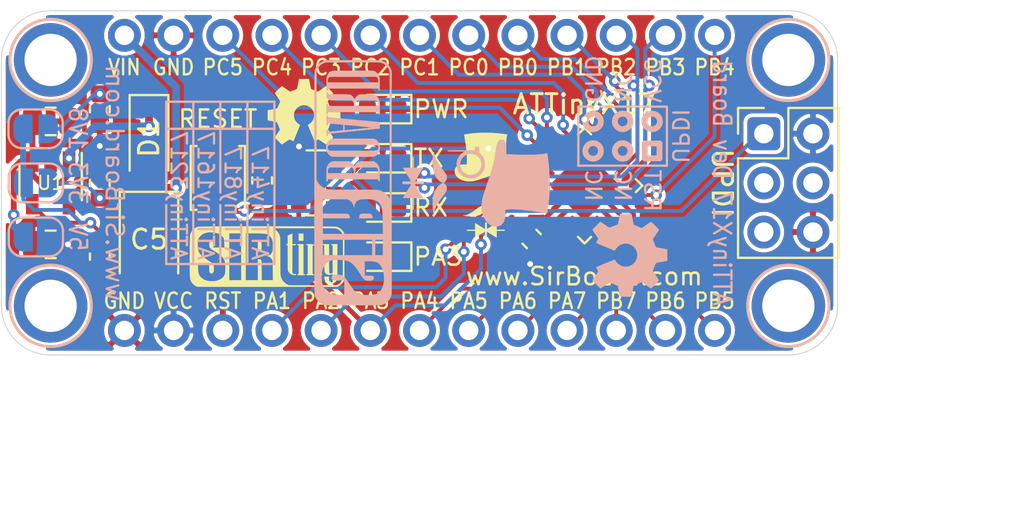
<source format=kicad_pcb>
(kicad_pcb (version 20171130) (host pcbnew "(5.1.2)-2")
  (title_block (title "ATTiny X17 Development Board ") (date 2020-04-25) (rev 2) (company SirBoard) (comment 1 www.SirBoard.com) (comment 2 "ATTiny 417, 817, 1617 and 3217"))
  (layers (0 F.Cu signal) (31 B.Cu signal) (34 B.Paste user hide) (35 F.Paste user hide) (36 B.SilkS user) (37 F.SilkS user) (38 B.Mask user hide) (39 F.Mask user hide) (44 Edge.Cuts user))
  (net 0 "")
  (net 1 VCC)
  (net 2 VIN)
  (net 3 GND)
  (net 4 RST)
  (net 5 PA1)
  (net 6 PA7)
  (net 7 PA6)
  (net 8 PA2)
  (net 9 PA3)
  (net 10 "Net-(J4-Pad5)")
  (net 11 "Net-(J4-Pad4)")
  (net 12 "Net-(J4-Pad3)")
  (net 13 /1V8)
  (net 14 /ADJ)
  (net 15 /3V3)
  (net 16 "Net-(5V1-Pad2)")
  (net 17 PA5)
  (net 18 PA4)
  (net 19 PB1)
  (net 20 PB0)
  (net 21 RXD)
  (net 22 TXD)
  (net 23 "Net-(PA3-Pad2)")
  (net 24 "Net-(PWR1-Pad2)")
  (net 25 "Net-(RN1-Pad2)")
  (net 26 "Net-(RN1-Pad3)")
  (net 27 PB5)
  (net 28 PB4)
  (net 29 PC0)
  (net 30 PC1)
  (net 31 PC2)
  (net 32 PC3)
  (net 33 PB6)
  (net 34 PB7)
  (net 35 PC4)
  (net 36 PC5)
  (module logo:logo54x76 (layer F.Cu) (at 70.993 34.036)
    (fp_text reference G*** hide)
    (fp_text value LOGO hide)
  )
  (module logo:SirBoard127x40 (layer B.Cu) (at 64.135 33.909 90)
    (fp_text reference G*** hide)
    (fp_text value LOGO hide)
  )
  (module Capacitor_SMD:C_0603_1608Metric (layer F.Cu) (at 73.3552 36.8046 135)
    (fp_text reference C3 hide)
    (fp_text value 100nF)
    (pad 1 smd roundrect (at -0.7875 0 135) (size 0.875 0.95) (layers F.Cu F.Paste F.Mask) (net 1 VCC))
    (pad 2 smd roundrect (at 0.7875 0 135) (size 0.875 0.95) (layers F.Cu F.Paste F.Mask) (net 3 GND))
  )
  (module Connector_PinHeader_2.54mm:PinHeader_1x13_P2.54mm_Vertical (layer B.Cu) (at 52.324 26.289 270)
    (fp_text reference J2 hide)
    (fp_text value Conn_01x13)
    (pad 1 thru_hole circle (at 0 0 270) (size 1.7 1.7) (drill 1) (layers *.Cu *.Mask) (net 2 VIN))
    (pad 2 thru_hole oval (at 0 -2.54 270) (size 1.7 1.7) (drill 1) (layers *.Cu *.Mask) (net 3 GND))
    (pad 3 thru_hole oval (at 0 -5.08 270) (size 1.7 1.7) (drill 1) (layers *.Cu *.Mask) (net 36 PC5))
    (pad 4 thru_hole oval (at 0 -7.62 270) (size 1.7 1.7) (drill 1) (layers *.Cu *.Mask) (net 35 PC4))
    (pad 5 thru_hole oval (at 0 -10.16 270) (size 1.7 1.7) (drill 1) (layers *.Cu *.Mask) (net 32 PC3))
    (pad 6 thru_hole oval (at 0 -12.7 270) (size 1.7 1.7) (drill 1) (layers *.Cu *.Mask) (net 31 PC2))
    (pad 7 thru_hole oval (at 0 -15.24 270) (size 1.7 1.7) (drill 1) (layers *.Cu *.Mask) (net 30 PC1))
    (pad 8 thru_hole oval (at 0 -17.78 270) (size 1.7 1.7) (drill 1) (layers *.Cu *.Mask) (net 29 PC0))
    (pad 9 thru_hole oval (at 0 -20.32 270) (size 1.7 1.7) (drill 1) (layers *.Cu *.Mask) (net 20 PB0))
    (pad 10 thru_hole oval (at 0 -22.86 270) (size 1.7 1.7) (drill 1) (layers *.Cu *.Mask) (net 19 PB1))
    (pad 11 thru_hole oval (at 0 -25.4 270) (size 1.7 1.7) (drill 1) (layers *.Cu *.Mask) (net 22 TXD))
    (pad 12 thru_hole oval (at 0 -27.94 270) (size 1.7 1.7) (drill 1) (layers *.Cu *.Mask) (net 21 RXD))
    (pad 13 thru_hole oval (at 0 -30.48 270) (size 1.7 1.7) (drill 1) (layers *.Cu *.Mask) (net 28 PB4))
  )
  (module Connector_PinHeader_2.54mm:PinHeader_1x13_P2.54mm_Vertical (layer B.Cu) (at 52.324 41.529 270)
    (fp_text reference J1 hide)
    (fp_text value Conn_01x13)
    (pad 1 thru_hole circle (at 0 0 270) (size 1.7 1.7) (drill 1) (layers *.Cu *.Mask) (net 3 GND))
    (pad 2 thru_hole oval (at 0 -2.54 270) (size 1.7 1.7) (drill 1) (layers *.Cu *.Mask) (net 1 VCC))
    (pad 3 thru_hole oval (at 0 -5.08 270) (size 1.7 1.7) (drill 1) (layers *.Cu *.Mask) (net 4 RST))
    (pad 4 thru_hole oval (at 0 -7.62 270) (size 1.7 1.7) (drill 1) (layers *.Cu *.Mask) (net 5 PA1))
    (pad 5 thru_hole oval (at 0 -10.16 270) (size 1.7 1.7) (drill 1) (layers *.Cu *.Mask) (net 8 PA2))
    (pad 6 thru_hole oval (at 0 -12.7 270) (size 1.7 1.7) (drill 1) (layers *.Cu *.Mask) (net 9 PA3))
    (pad 7 thru_hole oval (at 0 -15.24 270) (size 1.7 1.7) (drill 1) (layers *.Cu *.Mask) (net 18 PA4))
    (pad 8 thru_hole oval (at 0 -17.78 270) (size 1.7 1.7) (drill 1) (layers *.Cu *.Mask) (net 17 PA5))
    (pad 9 thru_hole oval (at 0 -20.32 270) (size 1.7 1.7) (drill 1) (layers *.Cu *.Mask) (net 7 PA6))
    (pad 10 thru_hole oval (at 0 -22.86 270) (size 1.7 1.7) (drill 1) (layers *.Cu *.Mask) (net 6 PA7))
    (pad 11 thru_hole oval (at 0 -25.4 270) (size 1.7 1.7) (drill 1) (layers *.Cu *.Mask) (net 34 PB7))
    (pad 12 thru_hole oval (at 0 -27.94 270) (size 1.7 1.7) (drill 1) (layers *.Cu *.Mask) (net 33 PB6))
    (pad 13 thru_hole oval (at 0 -30.48 270) (size 1.7 1.7) (drill 1) (layers *.Cu *.Mask) (net 27 PB5))
  )
  (module Package_DFN_QFN:QFN-24-1EP_4x4mm_P0.5mm_EP2.6x2.6mm (layer F.Cu) (at 76.088 34.051 45)
    (fp_text reference U2 hide)
    (fp_text value ATtiny3217-M)
    (pad 25 smd roundrect (at 0 0 45) (size 2.6 2.6) (layers F.Cu F.Mask) (roundrect_rratio 0.096154) (net 3 GND))
    (pad 1 smd roundrect (at -1.9375 -1.25 45) (size 0.825 0.25) (layers F.Cu F.Paste F.Mask) (net 8 PA2))
    (pad 2 smd roundrect (at -1.9375 -0.75 45) (size 0.825 0.25) (layers F.Cu F.Paste F.Mask) (net 9 PA3))
    (pad 3 smd roundrect (at -1.9375 -0.25 45) (size 0.825 0.25) (layers F.Cu F.Paste F.Mask) (net 3 GND))
    (pad 4 smd roundrect (at -1.9375 0.25 45) (size 0.825 0.25) (layers F.Cu F.Paste F.Mask) (net 1 VCC))
    (pad 5 smd roundrect (at -1.9375 0.75 45) (size 0.825 0.25) (layers F.Cu F.Paste F.Mask) (net 18 PA4))
    (pad 6 smd roundrect (at -1.9375 1.25 45) (size 0.825 0.25) (layers F.Cu F.Paste F.Mask) (net 17 PA5))
    (pad 7 smd roundrect (at -1.25 1.9375 45) (size 0.25 0.825) (layers F.Cu F.Paste F.Mask) (net 7 PA6))
    (pad 8 smd roundrect (at -0.75 1.9375 45) (size 0.25 0.825) (layers F.Cu F.Paste F.Mask) (net 6 PA7))
    (pad 9 smd roundrect (at -0.25 1.9375 45) (size 0.25 0.825) (layers F.Cu F.Paste F.Mask) (net 34 PB7))
    (pad 10 smd roundrect (at 0.25 1.9375 45) (size 0.25 0.825) (layers F.Cu F.Paste F.Mask) (net 33 PB6))
    (pad 11 smd roundrect (at 0.75 1.9375 45) (size 0.25 0.825) (layers F.Cu F.Paste F.Mask) (net 27 PB5))
    (pad 12 smd roundrect (at 1.25 1.9375 45) (size 0.25 0.825) (layers F.Cu F.Paste F.Mask) (net 28 PB4))
    (pad 13 smd roundrect (at 1.9375 1.25 45) (size 0.825 0.25) (layers F.Cu F.Paste F.Mask) (net 21 RXD))
    (pad 14 smd roundrect (at 1.9375 0.75 45) (size 0.825 0.25) (layers F.Cu F.Paste F.Mask) (net 22 TXD))
    (pad 15 smd roundrect (at 1.9375 0.25 45) (size 0.825 0.25) (layers F.Cu F.Paste F.Mask) (net 19 PB1))
    (pad 16 smd roundrect (at 1.9375 -0.25 45) (size 0.825 0.25) (layers F.Cu F.Paste F.Mask) (net 20 PB0))
    (pad 17 smd roundrect (at 1.9375 -0.75 45) (size 0.825 0.25) (layers F.Cu F.Paste F.Mask) (net 29 PC0))
    (pad 18 smd roundrect (at 1.9375 -1.25 45) (size 0.825 0.25) (layers F.Cu F.Paste F.Mask) (net 30 PC1))
    (pad 19 smd roundrect (at 1.25 -1.9375 45) (size 0.25 0.825) (layers F.Cu F.Paste F.Mask) (net 31 PC2))
    (pad 20 smd roundrect (at 0.75 -1.9375 45) (size 0.25 0.825) (layers F.Cu F.Paste F.Mask) (net 32 PC3))
    (pad 21 smd roundrect (at 0.25 -1.9375 45) (size 0.25 0.825) (layers F.Cu F.Paste F.Mask) (net 35 PC4))
    (pad 22 smd roundrect (at -0.25 -1.9375 45) (size 0.25 0.825) (layers F.Cu F.Paste F.Mask) (net 36 PC5))
    (pad 23 smd roundrect (at -0.75 -1.9375 45) (size 0.25 0.825) (layers F.Cu F.Paste F.Mask) (net 4 RST))
    (pad 24 smd roundrect (at -1.25 -1.9375 45) (size 0.25 0.825) (layers F.Cu F.Paste F.Mask) (net 5 PA1))
  )
  (module logo:SirTiny80X31 (layer F.Cu) (at 59.69 37.719)
    (fp_text reference G*** hide)
    (fp_text value LOGO hide)
  )
  (module Capacitor_Tantalum_SMD:CP_EIA-3528-15_AVX-H (layer F.Cu) (at 53.594 36.83 270)
    (fp_text reference C5 (at 0 0 180) (layer F.SilkS))
    (fp_text value 22uF)
    (pad 1 smd roundrect (at -1.5375 0 270) (size 1.325 2.35) (layers F.Cu F.Paste F.Mask) (roundrect_rratio 0.188679) (net 2 VIN))
    (pad 2 smd roundrect (at 1.5375 0 270) (size 1.325 2.35) (layers F.Cu F.Paste F.Mask) (roundrect_rratio 0.188679) (net 3 GND))
  )
  (module logo:OSHW62x45 (layer B.Cu) (at 78.4352 37.6428 90)
    (fp_text reference G*** hide)
    (fp_text value LOGO hide)
  )
  (module logo:logo76x107 (layer B.Cu) (at 70.485 33.909 90)
    (fp_text reference G*** hide)
    (fp_text value LOGO hide)
  )
  (module logo:OSHW55x39 (layer F.Cu) (at 61.595 30.226)
    (fp_text reference G*** hide)
    (fp_text value LOGO hide)
  )
  (module Resistor_SMD:R_Array_Convex_4x0603 (layer F.Cu) (at 62.23 33.909 180)
    (fp_text reference RN1 hide)
    (fp_text value 330E)
    (pad 1 smd rect (at -0.9 -1.2 180) (size 0.8 0.5) (layers F.Cu F.Paste F.Mask) (net 23 "Net-(PA3-Pad2)"))
    (pad 3 smd rect (at -0.9 0.4 180) (size 0.8 0.4) (layers F.Cu F.Paste F.Mask) (net 26 "Net-(RN1-Pad3)"))
    (pad 2 smd rect (at -0.9 -0.4 180) (size 0.8 0.4) (layers F.Cu F.Paste F.Mask) (net 25 "Net-(RN1-Pad2)"))
    (pad 4 smd rect (at -0.9 1.2 180) (size 0.8 0.5) (layers F.Cu F.Paste F.Mask) (net 24 "Net-(PWR1-Pad2)"))
    (pad 7 smd rect (at 0.9 -0.4 180) (size 0.8 0.4) (layers F.Cu F.Paste F.Mask) (net 1 VCC))
    (pad 8 smd rect (at 0.9 -1.2 180) (size 0.8 0.5) (layers F.Cu F.Paste F.Mask) (net 9 PA3))
    (pad 6 smd rect (at 0.9 0.4 180) (size 0.8 0.4) (layers F.Cu F.Paste F.Mask) (net 1 VCC))
    (pad 5 smd rect (at 0.9 1.2 180) (size 0.8 0.5) (layers F.Cu F.Paste F.Mask) (net 1 VCC))
  )
  (module LED_SMD:LED_0603_1608Metric (layer F.Cu) (at 65.659 32.639 180)
    (fp_text reference TX (at -1.524 0) (layer F.SilkS) (effects (font (size 0.9 0.9) (thickness 0.13)) (justify left)))
    (fp_text value YEL)
    (pad 1 smd roundrect (at -0.7875 0 180) (size 0.875 0.95) (layers F.Cu F.Paste F.Mask) (net 22 TXD))
    (pad 2 smd roundrect (at 0.7875 0 180) (size 0.875 0.95) (layers F.Cu F.Paste F.Mask) (net 26 "Net-(RN1-Pad3)"))
  )
  (module LED_SMD:LED_0603_1608Metric (layer F.Cu) (at 65.659 35.179 180)
    (fp_text reference RX (at -1.524 0) (layer F.SilkS) (effects (font (size 0.9 0.9) (thickness 0.13)) (justify left)))
    (fp_text value YEL)
    (pad 1 smd roundrect (at -0.7875 0 180) (size 0.875 0.95) (layers F.Cu F.Paste F.Mask) (net 21 RXD))
    (pad 2 smd roundrect (at 0.7875 0 180) (size 0.875 0.95) (layers F.Cu F.Paste F.Mask) (net 25 "Net-(RN1-Pad2)"))
  )
  (module Jumper:SolderJumper-2_P1.3mm_Open_RoundedPad1.0x1.5mm (layer B.Cu) (at 47.752 36.703 180)
    (fp_text reference 5V (at -2.159 0 270 unlocked) (layer B.SilkS) (effects (font (size 0.9 0.8) (thickness 0.12)) (justify mirror)))
    (fp_text value SolderJumper_2_Open)
    (pad 1 smd custom (at -0.65 0 180) (size 1 0.5) (layers B.Cu B.Mask) (net 1 VCC) (options (clearance outline) (anchor rect)) (primitives (gr_circle (center 0 -0.25) (end 0.5 -0.25) (width 0)) (gr_circle (center 0 0.25) (end 0.5 0.25) (width 0)) (gr_poly (pts (xy 0 0.75) (xy 0.5 0.75) (xy 0.5 -0.75) (xy 0 -0.75)) (width 0))))
    (pad 2 smd custom (at 0.65 0 180) (size 1 0.5) (layers B.Cu B.Mask) (net 16 "Net-(5V1-Pad2)") (options (clearance outline) (anchor rect)) (primitives (gr_circle (center 0 -0.25) (end 0.5 -0.25) (width 0)) (gr_circle (center 0 0.25) (end 0.5 0.25) (width 0)) (gr_poly (pts (xy 0 0.75) (xy -0.5 0.75) (xy -0.5 -0.75) (xy 0 -0.75)) (width 0))))
  )
  (module Diode_SMD:D_SOD-123 (layer F.Cu) (at 53.594 31.623 270)
    (fp_text reference D1 (at -0.001 0 90) (layer F.SilkS))
    (fp_text value MBR120)
    (pad 1 smd rect (at -1.65 0 270) (size 0.9 1.2) (layers F.Cu F.Paste F.Mask) (net 16 "Net-(5V1-Pad2)"))
    (pad 2 smd rect (at 1.65 0 270) (size 0.9 1.2) (layers F.Cu F.Paste F.Mask) (net 2 VIN))
  )
  (module Capacitor_SMD:C_0805_2012Metric (layer F.Cu) (at 48.514 30.734)
    (fp_text reference C1 hide)
    (fp_text value 10uF)
    (pad 1 smd roundrect (at -0.9375 0) (size 0.975 1.4) (layers F.Cu F.Paste F.Mask) (net 16 "Net-(5V1-Pad2)"))
    (pad 2 smd roundrect (at 0.9375 0) (size 0.975 1.4) (layers F.Cu F.Paste F.Mask) (net 3 GND))
  )
  (module Capacitor_SMD:C_0805_2012Metric (layer F.Cu) (at 48.514 37.084 180)
    (fp_text reference C2 hide)
    (fp_text value 2u2)
    (pad 1 smd roundrect (at -0.9375 0 180) (size 0.975 1.4) (layers F.Cu F.Paste F.Mask) (net 1 VCC))
    (pad 2 smd roundrect (at 0.9375 0 180) (size 0.975 1.4) (layers F.Cu F.Paste F.Mask) (net 3 GND))
  )
  (module Package_TO_SOT_SMD:SOT-23-5 (layer F.Cu) (at 48.514 33.909 270)
    (fp_text reference U1 (at 0 0) (layer F.SilkS) (effects (font (size 0.7 0.7) (thickness 0.1))))
    (fp_text value AP7365)
    (pad 1 smd rect (at -1.1 -0.95 270) (size 1.06 0.65) (layers F.Cu F.Paste F.Mask) (net 16 "Net-(5V1-Pad2)"))
    (pad 2 smd rect (at -1.1 0 270) (size 1.06 0.65) (layers F.Cu F.Paste F.Mask) (net 3 GND))
    (pad 3 smd rect (at -1.1 0.95 270) (size 1.06 0.65) (layers F.Cu F.Paste F.Mask) (net 16 "Net-(5V1-Pad2)"))
    (pad 4 smd rect (at 1.1 0.95 270) (size 1.06 0.65) (layers F.Cu F.Paste F.Mask) (net 14 /ADJ))
    (pad 5 smd rect (at 1.1 -0.95 270) (size 1.06 0.65) (layers F.Cu F.Paste F.Mask) (net 1 VCC))
  )
  (module Button_Switch_SMD:SW_SPST_B3U-1000P (layer F.Cu) (at 57.15 33.655 90)
    (fp_text reference RESET (at 3.048 0) (layer F.SilkS) (effects (font (size 0.9 0.9) (thickness 0.13))))
    (fp_text value RST)
    (pad 1 smd rect (at -1.7 0 90) (size 0.9 1.7) (layers F.Cu F.Paste F.Mask) (net 4 RST))
    (pad 2 smd rect (at 1.7 0 90) (size 0.9 1.7) (layers F.Cu F.Paste F.Mask) (net 3 GND))
  )
  (module Resistor_SMD:R_0603_1608Metric (layer F.Cu) (at 59.436 33.782 270)
    (fp_text reference R6 hide)
    (fp_text value 10k)
    (pad 2 smd roundrect (at 0.7875 0 270) (size 0.875 0.95) (layers F.Cu F.Paste F.Mask) (net 4 RST))
    (pad 1 smd roundrect (at -0.7875 0 270) (size 0.875 0.95) (layers F.Cu F.Paste F.Mask) (net 1 VCC))
  )
  (module Resistor_SMD:R_0603_1608Metric (layer F.Cu) (at 51.054 30.099 90)
    (fp_text reference R5 hide)
    (fp_text value 18k)
    (pad 1 smd roundrect (at -0.7875 0 90) (size 0.875 0.95) (layers F.Cu F.Paste F.Mask) (net 1 VCC))
    (pad 2 smd roundrect (at 0.7875 0 90) (size 0.875 0.95) (layers F.Cu F.Paste F.Mask) (net 13 /1V8))
  )
  (module Resistor_SMD:R_0603_1608Metric (layer F.Cu) (at 51.054 37.719 270)
    (fp_text reference R4 hide)
    (fp_text value 12.4k)
    (pad 1 smd roundrect (at -0.7875 0 270) (size 0.875 0.95) (layers F.Cu F.Paste F.Mask) (net 14 /ADJ))
    (pad 2 smd roundrect (at 0.7875 0 270) (size 0.875 0.95) (layers F.Cu F.Paste F.Mask) (net 3 GND))
  )
  (module Resistor_SMD:R_0603_1608Metric (layer F.Cu) (at 51.054 33.909 270)
    (fp_text reference R3 hide)
    (fp_text value 39k)
    (pad 1 smd roundrect (at -0.7875 0 270) (size 0.875 0.95) (layers F.Cu F.Paste F.Mask) (net 1 VCC))
    (pad 2 smd roundrect (at 0.7875 0 270) (size 0.875 0.95) (layers F.Cu F.Paste F.Mask) (net 15 /3V3))
  )
  (module Connector_PinHeader_2.54mm:PinHeader_2x03_P2.54mm_Vertical (layer F.Cu) (at 85.344 31.369)
    (fp_text reference UPDI (at -2.159 2.54 270 unlocked) (layer F.SilkS))
    (fp_text value UPDI)
    (pad 1 thru_hole roundrect (at 0 0) (size 1.7 1.7) (drill 1) (layers *.Cu *.Mask) (roundrect_rratio 0.15) (net 4 RST))
    (pad 2 thru_hole oval (at 2.54 0) (size 1.7 1.7) (drill 1) (layers *.Cu *.Mask) (net 1 VCC))
    (pad 3 thru_hole oval (at 0 2.54) (size 1.7 1.7) (drill 1) (layers *.Cu *.Mask) (net 12 "Net-(J4-Pad3)"))
    (pad 4 thru_hole oval (at 2.54 2.54) (size 1.7 1.7) (drill 1) (layers *.Cu *.Mask) (net 11 "Net-(J4-Pad4)"))
    (pad 5 thru_hole oval (at 0 5.08) (size 1.7 1.7) (drill 1) (layers *.Cu *.Mask) (net 10 "Net-(J4-Pad5)"))
    (pad 6 thru_hole oval (at 2.54 5.08) (size 1.7 1.7) (drill 1) (layers *.Cu *.Mask) (net 3 GND))
  )
  (module SirBoardLibrary:MountingHole_M2.5_SirBoard (layer F.Cu) (at 48.514 40.259 270)
    (fp_text reference H4 hide)
    (fp_text value MountingHole)
    (pad 1 thru_hole circle (at 0 0 270) (size 3.8 3.8) (drill 2.7) (layers *.Cu *.Mask))
  )
  (module SirBoardLibrary:MountingHole_M2.5_SirBoard (layer F.Cu) (at 48.514 27.559 270)
    (fp_text reference H3 hide)
    (fp_text value MountingHole)
    (pad 1 thru_hole circle (at 0 0 270) (size 3.8 3.8) (drill 2.7) (layers *.Cu *.Mask))
  )
  (module SirBoardLibrary:MountingHole_M2.5_SirBoard (layer F.Cu) (at 86.614 40.259 270)
    (fp_text reference H2 hide)
    (fp_text value MountingHole)
    (pad 1 thru_hole circle (at 0 0 270) (size 3.8 3.8) (drill 2.7) (layers *.Cu *.Mask))
  )
  (module SirBoardLibrary:MountingHole_M2.5_SirBoard (layer F.Cu) (at 86.614 27.559 270)
    (fp_text reference H1 hide)
    (fp_text value MountingHole)
    (pad 1 thru_hole circle (at 0 0 270) (size 3.8 3.8) (drill 2.7) (layers *.Cu *.Mask))
  )
  (module LED_SMD:LED_0603_1608Metric (layer F.Cu) (at 65.659 37.719 180)
    (fp_text reference PA3 (at -1.524 0) (layer F.SilkS) (effects (font (size 0.9 0.9) (thickness 0.13)) (justify left)))
    (fp_text value BLUE)
    (pad 2 smd roundrect (at 0.7875 0 180) (size 0.875 0.95) (layers F.Cu F.Paste F.Mask) (net 23 "Net-(PA3-Pad2)"))
    (pad 1 smd roundrect (at -0.7875 0 180) (size 0.875 0.95) (layers F.Cu F.Paste F.Mask) (net 3 GND))
  )
  (module LED_SMD:LED_0603_1608Metric (layer F.Cu) (at 65.659 30.099 180)
    (fp_text reference PWR (at -1.524 0) (layer F.SilkS) (effects (font (size 0.9 0.9) (thickness 0.13)) (justify left)))
    (fp_text value RED)
    (pad 1 smd roundrect (at -0.7875 0 180) (size 0.875 0.95) (layers F.Cu F.Paste F.Mask) (net 3 GND))
    (pad 2 smd roundrect (at 0.7875 0 180) (size 0.875 0.95) (layers F.Cu F.Paste F.Mask) (net 24 "Net-(PWR1-Pad2)"))
  )
  (module Jumper:SolderJumper-2_P1.3mm_Open_RoundedPad1.0x1.5mm (layer B.Cu) (at 47.752 33.909)
    (fp_text reference 3V3 (at 2.159 0 -90 unlocked) (layer B.SilkS) (effects (font (size 0.9 0.8) (thickness 0.12)) (justify mirror)))
    (fp_text value SolderJumper_2_Open)
    (pad 1 smd custom (at -0.65 0) (size 1 0.5) (layers B.Cu B.Mask) (net 14 /ADJ) (options (clearance outline) (anchor rect)) (primitives (gr_circle (center 0 -0.25) (end 0.5 -0.25) (width 0)) (gr_circle (center 0 0.25) (end 0.5 0.25) (width 0)) (gr_poly (pts (xy 0 0.75) (xy 0.5 0.75) (xy 0.5 -0.75) (xy 0 -0.75)) (width 0))))
    (pad 2 smd custom (at 0.65 0) (size 1 0.5) (layers B.Cu B.Mask) (net 15 /3V3) (options (clearance outline) (anchor rect)) (primitives (gr_circle (center 0 -0.25) (end 0.5 -0.25) (width 0)) (gr_circle (center 0 0.25) (end 0.5 0.25) (width 0)) (gr_poly (pts (xy 0 0.75) (xy -0.5 0.75) (xy -0.5 -0.75) (xy 0 -0.75)) (width 0))))
  )
  (module Jumper:SolderJumper-2_P1.3mm_Open_RoundedPad1.0x1.5mm (layer B.Cu) (at 47.737 31.115)
    (fp_text reference 1V8 (at 2.174 0 -90 unlocked) (layer B.SilkS) (effects (font (size 0.9 0.8) (thickness 0.12)) (justify mirror)))
    (fp_text value SolderJumper_2_Open)
    (pad 1 smd custom (at -0.65 0) (size 1 0.5) (layers B.Cu B.Mask) (net 14 /ADJ) (options (clearance outline) (anchor rect)) (primitives (gr_circle (center 0 -0.25) (end 0.5 -0.25) (width 0)) (gr_circle (center 0 0.25) (end 0.5 0.25) (width 0)) (gr_poly (pts (xy 0 0.75) (xy 0.5 0.75) (xy 0.5 -0.75) (xy 0 -0.75)) (width 0))))
    (pad 2 smd custom (at 0.65 0) (size 1 0.5) (layers B.Cu B.Mask) (net 13 /1V8) (options (clearance outline) (anchor rect)) (primitives (gr_circle (center 0 -0.25) (end 0.5 -0.25) (width 0)) (gr_circle (center 0 0.25) (end 0.5 0.25) (width 0)) (gr_poly (pts (xy 0 0.75) (xy -0.5 0.75) (xy -0.5 -0.75) (xy 0 -0.75)) (width 0))))
  )
  (gr_text PC5 (at 57.404 27.94) (layer F.SilkS) (effects (font (size 0.8 0.7) (thickness 0.12))))
  (gr_text PC4 (at 59.944 27.94) (layer F.SilkS) (effects (font (size 0.8 0.7) (thickness 0.12))))
  (gr_text PB7 (at 77.724 40.005) (layer F.SilkS) (effects (font (size 0.8 0.7) (thickness 0.12))))
  (gr_text PB6 (at 80.264 40.005) (layer F.SilkS) (effects (font (size 0.8 0.7) (thickness 0.12))))
  (gr_text www.SirBoard.com (at 76.073 38.735) (layer F.SilkS) (effects (font (size 0.9 0.9) (thickness 0.13))))
  (gr_line (start 54.483 31.115) (end 54.483 29.718) (layer B.SilkS) (width 0.12))
  (gr_line (start 54.483 31.115) (end 54.483 34.417) (layer B.SilkS) (width 0.12))
  (gr_line (start 54.483 38.1) (end 54.483 35.052) (layer B.SilkS) (width 0.12))
  (gr_text ATTiny3217 (at 55.118 37.973 270) (layer B.SilkS) (effects (font (size 0.8 0.8) (thickness 0.12)) (justify left mirror)))
  (gr_line (start 57.277 31.115) (end 57.277 29.718) (layer B.SilkS) (width 0.12))
  (gr_line (start 58.674 31.115) (end 58.674 29.718) (layer B.SilkS) (width 0.12))
  (gr_line (start 60.071 29.718) (end 60.071 31.115) (layer B.SilkS) (width 0.12))
  (gr_line (start 54.483 29.718) (end 60.071 29.718) (layer B.SilkS) (width 0.12))
  (gr_line (start 55.88 31.115) (end 55.88 29.718) (layer B.SilkS) (width 0.12))
  (gr_line (start 55.88 31.115) (end 55.88 34.417) (layer B.SilkS) (width 0.12))
  (gr_line (start 57.277 31.115) (end 57.277 34.417) (layer B.SilkS) (width 0.12))
  (gr_line (start 55.88 38.1) (end 55.88 35.052) (layer B.SilkS) (width 0.12))
  (gr_line (start 57.277 38.1) (end 57.277 35.052) (layer B.SilkS) (width 0.12))
  (gr_line (start 58.674 38.1) (end 58.674 35.052) (layer B.SilkS) (width 0.12))
  (gr_line (start 58.674 31.115) (end 58.674 34.417) (layer B.SilkS) (width 0.12))
  (gr_line (start 60.071 38.1) (end 54.483 38.1) (layer B.SilkS) (width 0.12))
  (gr_line (start 60.071 31.115) (end 60.071 38.1) (layer B.SilkS) (width 0.12))
  (gr_line (start 54.483 31.115) (end 60.071 31.115) (layer B.SilkS) (width 0.12))
  (gr_text ATTiny1617 (at 56.515 37.973 270) (layer B.SilkS) (effects (font (size 0.8 0.8) (thickness 0.12)) (justify left mirror)))
  (gr_text ATTiny817 (at 57.912 37.973 270) (layer B.SilkS) (effects (font (size 0.8 0.8) (thickness 0.12)) (justify left mirror)))
  (gr_text ATTiny417 (at 59.309 37.973 270) (layer B.SilkS) (effects (font (size 0.8 0.8) (thickness 0.12)) (justify left mirror)))
  (gr_text "ATTinyX17 Dev Board" (at 83.185 33.909 270) (layer B.SilkS) (effects (font (size 0.9 0.8) (thickness 0.12)) (justify mirror)))
  (gr_text VCC (at 79.5782 29.845 270) (layer B.SilkS) (effects (font (size 0.8 0.8) (thickness 0.12)) (justify left mirror)))
  (gr_text GND (at 76.5302 29.845 270) (layer B.SilkS) (effects (font (size 0.8 0.8) (thickness 0.12)) (justify left mirror)))
  (gr_text NC (at 78.0542 29.845 270) (layer B.SilkS) (effects (font (size 0.8 0.8) (thickness 0.12)) (justify left mirror)))
  (gr_text NC (at 76.5302 33.147 270) (layer B.SilkS) (effects (font (size 0.8 0.8) (thickness 0.12)) (justify right mirror)))
  (gr_text RST (at 79.5782 33.147 270) (layer B.SilkS) (effects (font (size 0.8 0.8) (thickness 0.12)) (justify right mirror)))
  (gr_text NC (at 78.0542 33.147 270) (layer B.SilkS) (effects (font (size 0.8 0.8) (thickness 0.12)) (justify right mirror)))
  (gr_text UPDI (at 81.026 31.496 270) (layer B.SilkS) (effects (font (size 0.8 0.8) (thickness 0.12)) (justify mirror)))
  (gr_circle (center 79.5782 30.734) (end 79.5782 31.135609) (layer B.SilkS) (width 0.3))
  (gr_circle (center 76.5302 32.258) (end 76.5302 32.659609) (layer B.SilkS) (width 0.3))
  (gr_circle (center 78.0542 30.734) (end 78.0542 31.135609) (layer B.SilkS) (width 0.3))
  (gr_circle (center 76.5302 30.734) (end 76.5302 31.135609) (layer B.SilkS) (width 0.3))
  (gr_circle (center 78.0542 32.258) (end 78.0542 32.659609) (layer B.SilkS) (width 0.3))
  (gr_line (start 80.3402 33.02) (end 75.7682 33.02) (layer B.SilkS) (width 0.12))
  (gr_line (start 80.3402 29.972) (end 80.3402 33.02) (layer B.SilkS) (width 0.12))
  (gr_line (start 75.7682 29.972) (end 80.3402 29.972) (layer B.SilkS) (width 0.12))
  (gr_line (start 75.7682 33.02) (end 75.7682 29.972) (layer B.SilkS) (width 0.12))
  (gr_line (start 79.9592 31.877) (end 79.9592 32.639) (layer B.SilkS) (width 0.3))
  (gr_line (start 79.9592 32.639) (end 79.1972 32.639) (layer B.SilkS) (width 0.3))
  (gr_line (start 79.1972 32.639) (end 79.1972 31.877) (layer B.SilkS) (width 0.3))
  (gr_line (start 79.1972 31.877) (end 79.9592 31.877) (layer B.SilkS) (width 0.3))
  (gr_text PC3 (at 62.484 27.94) (layer F.SilkS) (effects (font (size 0.8 0.7) (thickness 0.12))))
  (gr_text PC2 (at 65.024 27.94) (layer F.SilkS) (effects (font (size 0.8 0.7) (thickness 0.12))))
  (gr_text PC1 (at 67.564 27.94) (layer F.SilkS) (effects (font (size 0.8 0.7) (thickness 0.12))))
  (gr_text PC0 (at 70.104 27.94) (layer F.SilkS) (effects (font (size 0.8 0.7) (thickness 0.12))))
  (gr_text PB5 (at 82.804 40.005) (layer F.SilkS) (effects (font (size 0.8 0.7) (thickness 0.12))))
  (gr_text PB4 (at 82.804 27.94) (layer F.SilkS) (effects (font (size 0.8 0.7) (thickness 0.12))))
  (gr_text ATTinyX17 (at 76.073 29.845) (layer F.SilkS) (effects (font (size 1 1))))
  (gr_text PB2 (at 77.724 27.94) (layer F.SilkS) (effects (font (size 0.8 0.7) (thickness 0.12))))
  (gr_text PB3 (at 80.264 27.94) (layer F.SilkS) (effects (font (size 0.8 0.7) (thickness 0.12))))
  (gr_text PA6 (at 72.644 40.005) (layer F.SilkS) (effects (font (size 0.8 0.7) (thickness 0.12))))
  (gr_text PB1 (at 75.184 27.94) (layer F.SilkS) (effects (font (size 0.8 0.7) (thickness 0.12))))
  (gr_text PB0 (at 72.644 27.94) (layer F.SilkS) (effects (font (size 0.8 0.7) (thickness 0.12))))
  (gr_text PA1 (at 59.944 40.005) (layer F.SilkS) (effects (font (size 0.8 0.7) (thickness 0.12))))
  (gr_text www.SirBoard.com (at 51.816 33.909 270) (layer B.SilkS) (effects (font (size 0.9 0.9) (thickness 0.12)) (justify mirror)))
  (gr_line (start 86.614 25.019) (end 48.514 25.019) (layer Edge.Cuts) (width 0.05))
  (gr_line (start 89.154 40.259) (end 89.154 27.559) (layer Edge.Cuts) (width 0.05))
  (gr_line (start 48.514 42.799) (end 86.614 42.799) (layer Edge.Cuts) (width 0.05))
  (gr_line (start 45.974 40.259) (end 45.974 27.559) (layer Edge.Cuts) (width 0.05))
  (gr_arc (start 48.514 40.259) (end 45.974 40.259) (angle -90) (layer Edge.Cuts) (width 0.05))
  (gr_arc (start 48.514 27.559) (end 48.514 25.019) (angle -90) (layer Edge.Cuts) (width 0.05))
  (gr_arc (start 86.614 27.559) (end 89.154 27.559) (angle -90) (layer Edge.Cuts) (width 0.05))
  (gr_arc (start 86.614 40.259) (end 86.614 42.799) (angle -90) (layer Edge.Cuts) (width 0.05))
  (gr_text PA4 (at 67.564 40.005) (layer F.SilkS) (effects (font (size 0.8 0.7) (thickness 0.12))))
  (gr_text PA7 (at 75.184 40.005) (layer F.SilkS) (effects (font (size 0.8 0.7) (thickness 0.12))))
  (gr_text PA5 (at 70.104 40.005) (layer F.SilkS) (effects (font (size 0.8 0.7) (thickness 0.12))))
  (gr_text GND (at 52.324 40.005) (layer F.SilkS) (effects (font (size 0.8 0.7) (thickness 0.12))))
  (gr_text VIN (at 52.324 27.94) (layer F.SilkS) (effects (font (size 0.8 0.7) (thickness 0.12))))
  (gr_text VCC (at 54.864 40.005) (layer F.SilkS) (effects (font (size 0.8 0.7) (thickness 0.12))))
  (gr_text GND (at 54.864 27.94) (layer F.SilkS) (effects (font (size 0.8 0.7) (thickness 0.12))))
  (gr_text PA3 (at 65.024 40.005) (layer F.SilkS) (effects (font (size 0.8 0.7) (thickness 0.12))))
  (gr_text RST (at 57.404 40.005) (layer F.SilkS) (effects (font (size 0.8 0.7) (thickness 0.12))))
  (gr_text PA2 (at 62.484 40.005) (layer F.SilkS) (effects (font (size 0.8 0.7) (thickness 0.12))))
  (via (at 49.403 37.084) (size 0.6) (drill 0.3) (layers F.Cu B.Cu) (net 1))
  (segment (start 51.054 30.8865) (end 51.054 32.004) (width 0.3) (layer F.Cu) (net 1))
  (segment (start 51.054 32.004) (end 51.054 33.1215) (width 0.3) (layer F.Cu) (net 1))
  (via (at 51.054 32.004) (size 0.6) (drill 0.3) (layers F.Cu B.Cu) (net 1))
  (segment (start 49.464 34.737) (end 49.464 35.009) (width 0.3) (layer F.Cu) (net 1))
  (segment (start 51.054 33.1215) (end 51.054 33.147) (width 0.3) (layer F.Cu) (net 1))
  (segment (start 51.054 33.147) (end 49.464 34.737) (width 0.3) (layer F.Cu) (net 1))
  (segment (start 61.33 32.709) (end 61.33 34.309) (width 0.3) (layer F.Cu) (net 1))
  (segment (start 74.308977 36.964517) (end 73.912047 37.361447) (width 0.2) (layer F.Cu) (net 1))
  (segment (start 74.894757 35.597796) (end 74.308977 36.183576) (width 0.2) (layer F.Cu) (net 1))
  (segment (start 74.308977 36.183576) (end 74.308977 36.964517) (width 0.2) (layer F.Cu) (net 1))
  (via (at 73.279 38.1) (size 0.6) (drill 0.3) (layers F.Cu B.Cu) (net 1))
  (segment (start 73.912047 37.361447) (end 73.912047 37.466953) (width 0.2) (layer F.Cu) (net 1))
  (segment (start 73.912047 37.466953) (end 73.279 38.1) (width 0.2) (layer F.Cu) (net 1))
  (segment (start 59.4361 32.9946) (end 59.436 32.9945) (width 0.3) (layer F.Cu) (net 1))
  (segment (start 60.2742 32.9946) (end 59.4361 32.9946) (width 0.3) (layer F.Cu) (net 1))
  (segment (start 61.33 33.509) (end 60.7886 33.509) (width 0.3) (layer F.Cu) (net 1))
  (segment (start 60.7886 33.509) (end 60.2742 32.9946) (width 0.3) (layer F.Cu) (net 1))
  (via (at 61.341 32.0294) (size 0.6) (drill 0.3) (layers F.Cu B.Cu) (net 1))
  (segment (start 61.33 32.709) (end 61.33 32.0404) (width 0.3) (layer F.Cu) (net 1))
  (segment (start 61.33 32.0404) (end 61.341 32.0294) (width 0.3) (layer F.Cu) (net 1))
  (via (at 54.991 34.163) (size 0.6) (drill 0.3) (layers F.Cu B.Cu) (net 2))
  (segment (start 52.324 26.289) (end 54.991 28.956) (width 0.4) (layer B.Cu) (net 2))
  (segment (start 54.991 28.956) (end 54.991 34.163) (width 0.4) (layer B.Cu) (net 2))
  (segment (start 54.991 34.163) (end 53.594 34.163) (width 0.4) (layer F.Cu) (net 2))
  (segment (start 53.594 34.163) (end 53.594 33.273) (width 0.4) (layer F.Cu) (net 2))
  (segment (start 53.594 34.163) (end 53.594 35.2925) (width 0.4) (layer F.Cu) (net 2))
  (segment (start 75.734447 34.051) (end 76.088 34.051) (width 0.25) (layer F.Cu) (net 3))
  (segment (start 74.541204 35.244243) (end 75.734447 34.051) (width 0.25) (layer F.Cu) (net 3))
  (via (at 58.5216 35.3568) (size 0.6) (drill 0.3) (layers F.Cu B.Cu) (net 4))
  (via (at 71.12 32.130996) (size 0.6) (drill 0.3) (layers F.Cu B.Cu) (net 4))
  (segment (start 63.8937 33.3883) (end 65.151004 32.130996) (width 0.2) (layer B.Cu) (net 4))
  (segment (start 65.151004 32.130996) (end 70.695736 32.130996) (width 0.2) (layer B.Cu) (net 4))
  (segment (start 70.695736 32.130996) (end 71.12 32.130996) (width 0.2) (layer B.Cu) (net 4))
  (segment (start 71.544264 32.130996) (end 71.12 32.130996) (width 0.2) (layer F.Cu) (net 4))
  (segment (start 73.107336 32.130996) (end 71.544264 32.130996) (width 0.2) (layer F.Cu) (net 4))
  (segment (start 74.187651 33.211311) (end 73.107336 32.130996) (width 0.2) (layer F.Cu) (net 4))
  (segment (start 57.15 38.735) (end 57.15 35.355) (width 0.3) (layer F.Cu) (net 4))
  (segment (start 57.404 41.529) (end 57.404 38.989) (width 0.3) (layer F.Cu) (net 4))
  (segment (start 57.404 38.989) (end 57.15 38.735) (width 0.3) (layer F.Cu) (net 4))
  (segment (start 58.6487 35.3568) (end 59.436 34.5695) (width 0.3) (layer F.Cu) (net 4))
  (segment (start 58.5216 35.3568) (end 58.6487 35.3568) (width 0.3) (layer F.Cu) (net 4))
  (segment (start 57.15 35.355) (end 58.5198 35.355) (width 0.3) (layer F.Cu) (net 4))
  (segment (start 58.5198 35.355) (end 58.5216 35.3568) (width 0.3) (layer F.Cu) (net 4))
  (segment (start 61.9252 35.3568) (end 58.5216 35.3568) (width 0.2) (layer B.Cu) (net 4))
  (segment (start 63.8937 33.3883) (end 61.9252 35.3568) (width 0.2) (layer B.Cu) (net 4))
  (segment (start 85.09 31.369) (end 85.344 31.369) (width 0.2) (layer B.Cu) (net 4))
  (segment (start 81.1022 35.3568) (end 85.09 31.369) (width 0.2) (layer B.Cu) (net 4))
  (segment (start 63.8937 33.3883) (end 65.8622 35.3568) (width 0.2) (layer B.Cu) (net 4))
  (segment (start 65.8622 35.3568) (end 81.1022 35.3568) (width 0.2) (layer B.Cu) (net 4))
  (via (at 68.9102 37.338) (size 0.6) (drill 0.3) (layers F.Cu B.Cu) (net 5))
  (segment (start 68.9102 38.8112) (end 68.9102 37.7952) (width 0.2) (layer B.Cu) (net 5))
  (segment (start 68.4276 39.2938) (end 68.9102 38.8112) (width 0.2) (layer B.Cu) (net 5))
  (segment (start 59.944 41.529) (end 62.1792 39.2938) (width 0.2) (layer B.Cu) (net 5))
  (segment (start 62.1792 39.2938) (end 68.4276 39.2938) (width 0.2) (layer B.Cu) (net 5))
  (segment (start 68.9102 37.3634) (end 68.9102 37.7952) (width 0.2) (layer B.Cu) (net 5))
  (segment (start 73.834097 33.564864) (end 72.708736 33.564864) (width 0.2) (layer F.Cu) (net 5))
  (segment (start 72.708736 33.564864) (end 68.9102 37.3634) (width 0.2) (layer F.Cu) (net 5))
  (segment (start 76.033999 40.679001) (end 75.184 41.529) (width 0.2) (layer F.Cu) (net 6))
  (segment (start 77.29008 39.42292) (end 76.033999 40.679001) (width 0.2) (layer F.Cu) (net 6))
  (segment (start 77.29008 36.31374) (end 77.29008 39.42292) (width 0.2) (layer F.Cu) (net 6))
  (segment (start 76.927689 35.951349) (end 77.29008 36.31374) (width 0.2) (layer F.Cu) (net 6))
  (segment (start 72.672519 41.529) (end 72.644 41.529) (width 0.2) (layer F.Cu) (net 7))
  (segment (start 74.018719 40.1828) (end 72.672519 41.529) (width 0.2) (layer F.Cu) (net 7))
  (segment (start 75.8444 40.1828) (end 74.018719 40.1828) (width 0.2) (layer F.Cu) (net 7))
  (segment (start 76.835 39.1922) (end 75.8444 40.1828) (width 0.2) (layer F.Cu) (net 7))
  (segment (start 76.574136 36.304903) (end 76.835 36.565767) (width 0.2) (layer F.Cu) (net 7))
  (segment (start 76.835 36.565767) (end 76.835 39.1922) (width 0.2) (layer F.Cu) (net 7))
  (via (at 69.85 37.465) (size 0.6) (drill 0.3) (layers F.Cu B.Cu) (net 8))
  (segment (start 71.9582 34.8488) (end 69.85 36.957) (width 0.2) (layer F.Cu) (net 8))
  (segment (start 73.834097 34.537136) (end 73.522433 34.8488) (width 0.2) (layer F.Cu) (net 8))
  (segment (start 73.522433 34.8488) (end 71.9582 34.8488) (width 0.2) (layer F.Cu) (net 8))
  (segment (start 69.85 36.957) (end 69.85 37.465) (width 0.2) (layer F.Cu) (net 8))
  (segment (start 64.2366 39.7764) (end 62.484 41.529) (width 0.2) (layer B.Cu) (net 8))
  (segment (start 68.6816 39.7764) (end 64.2366 39.7764) (width 0.2) (layer B.Cu) (net 8))
  (segment (start 69.85 37.465) (end 69.85 38.608) (width 0.2) (layer B.Cu) (net 8))
  (segment (start 69.85 38.608) (end 68.6816 39.7764) (width 0.2) (layer B.Cu) (net 8))
  (segment (start 61.33 37.835) (end 65.024 41.529) (width 0.25) (layer F.Cu) (net 9))
  (segment (start 61.33 35.109) (end 61.33 37.835) (width 0.25) (layer F.Cu) (net 9))
  (via (at 70.739 37.084) (size 0.6) (drill 0.3) (layers F.Cu B.Cu) (net 9))
  (segment (start 70.739 38.354) (end 70.739 37.084) (width 0.2) (layer B.Cu) (net 9))
  (segment (start 68.8594 40.2336) (end 70.739 38.354) (width 0.2) (layer B.Cu) (net 9))
  (segment (start 65.024 41.529) (end 66.3194 40.2336) (width 0.2) (layer B.Cu) (net 9))
  (segment (start 66.3194 40.2336) (end 68.8594 40.2336) (width 0.2) (layer B.Cu) (net 9))
  (segment (start 70.739 36.659736) (end 70.739 37.084) (width 0.2) (layer F.Cu) (net 9))
  (segment (start 70.731464 36.6522) (end 70.739 36.659736) (width 0.2) (layer F.Cu) (net 9))
  (segment (start 72.128464 35.2552) (end 70.731464 36.6522) (width 0.2) (layer F.Cu) (net 9))
  (segment (start 74.187651 34.890689) (end 73.82314 35.2552) (width 0.2) (layer F.Cu) (net 9))
  (segment (start 73.82314 35.2552) (end 72.128464 35.2552) (width 0.2) (layer F.Cu) (net 9))
  (via (at 51.054 29.3115) (size 0.6) (drill 0.3) (layers F.Cu B.Cu) (net 13))
  (segment (start 50.7905 29.3115) (end 51.054 29.3115) (width 0.2) (layer B.Cu) (net 13))
  (segment (start 48.987 31.115) (end 50.7905 29.3115) (width 0.2) (layer B.Cu) (net 13))
  (segment (start 48.387 31.115) (end 48.987 31.115) (width 0.2) (layer B.Cu) (net 13))
  (segment (start 47.087 33.894) (end 47.102 33.909) (width 0.3) (layer B.Cu) (net 14))
  (segment (start 47.087 31.115) (end 47.087 33.894) (width 0.3) (layer B.Cu) (net 14))
  (segment (start 51.054 36.449) (end 51.054 36.9315) (width 0.2) (layer F.Cu) (net 14))
  (segment (start 50.5714 35.9664) (end 50.5714 35.9664) (width 0.2) (layer F.Cu) (net 14))
  (segment (start 48.4886 35.9664) (end 50.5714 35.9664) (width 0.2) (layer F.Cu) (net 14))
  (segment (start 47.564 35.009) (end 47.564 35.0418) (width 0.2) (layer F.Cu) (net 14))
  (segment (start 47.564 35.0418) (end 48.4886 35.9664) (width 0.2) (layer F.Cu) (net 14))
  (segment (start 50.5714 35.9664) (end 51.054 36.449) (width 0.2) (layer F.Cu) (net 14))
  (via (at 50.5714 35.9664) (size 0.6) (drill 0.3) (layers F.Cu B.Cu) (net 14))
  (segment (start 50.5714 35.9664) (end 50.0634 35.9664) (width 0.2) (layer B.Cu) (net 14))
  (segment (start 50.0634 35.9664) (end 49.403 35.306) (width 0.2) (layer B.Cu) (net 14))
  (segment (start 47.102 34.756592) (end 47.102 33.909) (width 0.2) (layer B.Cu) (net 14))
  (segment (start 47.651408 35.306) (end 47.102 34.756592) (width 0.2) (layer B.Cu) (net 14))
  (segment (start 49.403 35.306) (end 47.651408 35.306) (width 0.2) (layer B.Cu) (net 14))
  (via (at 51.054 34.6965) (size 0.6) (drill 0.3) (layers F.Cu B.Cu) (net 15))
  (segment (start 48.402 33.909) (end 50.2665 33.909) (width 0.2) (layer B.Cu) (net 15))
  (segment (start 50.2665 33.909) (end 51.054 34.6965) (width 0.2) (layer B.Cu) (net 15))
  (segment (start 47.5765 32.7965) (end 47.564 32.809) (width 0.3) (layer F.Cu) (net 16))
  (segment (start 47.5765 30.734) (end 47.5765 32.7965) (width 0.3) (layer F.Cu) (net 16))
  (via (at 46.609 35.560002) (size 0.6) (drill 0.3) (layers F.Cu B.Cu) (net 16))
  (segment (start 46.577226 36.178226) (end 46.577226 35.591776) (width 0.3) (layer B.Cu) (net 16))
  (segment (start 47.102 36.703) (end 46.577226 36.178226) (width 0.3) (layer B.Cu) (net 16))
  (segment (start 46.577226 35.591776) (end 46.609 35.560002) (width 0.3) (layer B.Cu) (net 16))
  (segment (start 46.609 35.135738) (end 46.609 35.560002) (width 0.3) (layer F.Cu) (net 16))
  (segment (start 46.609 33.147) (end 46.609 35.135738) (width 0.3) (layer F.Cu) (net 16))
  (segment (start 47.564 32.809) (end 46.947 32.809) (width 0.3) (layer F.Cu) (net 16))
  (segment (start 46.947 32.809) (end 46.609 33.147) (width 0.3) (layer F.Cu) (net 16))
  (segment (start 47.564 33.467) (end 47.564 32.809) (width 0.3) (layer F.Cu) (net 16))
  (segment (start 48.006 33.909) (end 47.564 33.467) (width 0.3) (layer F.Cu) (net 16))
  (segment (start 49.022 33.909) (end 48.006 33.909) (width 0.3) (layer F.Cu) (net 16))
  (segment (start 49.464 32.809) (end 49.464 33.467) (width 0.3) (layer F.Cu) (net 16))
  (segment (start 49.464 33.467) (end 49.022 33.909) (width 0.3) (layer F.Cu) (net 16))
  (via (at 49.464 32.639) (size 0.6) (drill 0.3) (layers F.Cu B.Cu) (net 16))
  (via (at 53.594 30.988) (size 0.6) (drill 0.3) (layers F.Cu B.Cu) (net 16))
  (segment (start 53.594 30.988) (end 53.594 29.973) (width 0.4) (layer F.Cu) (net 16))
  (segment (start 50.8 30.988) (end 53.594 30.988) (width 0.4) (layer B.Cu) (net 16))
  (segment (start 49.464 32.639) (end 49.464 32.324) (width 0.4) (layer B.Cu) (net 16))
  (segment (start 49.464 32.324) (end 50.8 30.988) (width 0.4) (layer B.Cu) (net 16))
  (segment (start 71.8566 39.7764) (end 70.104 41.529) (width 0.2) (layer F.Cu) (net 17))
  (segment (start 74.4728 39.7764) (end 71.8566 39.7764) (width 0.2) (layer F.Cu) (net 17))
  (segment (start 75.311 38.9382) (end 74.4728 39.7764) (width 0.2) (layer F.Cu) (net 17))
  (segment (start 75.601864 36.304903) (end 75.311 36.595767) (width 0.2) (layer F.Cu) (net 17))
  (segment (start 75.311 36.595767) (end 75.311 38.9382) (width 0.2) (layer F.Cu) (net 17))
  (segment (start 69.723 39.37) (end 67.564 41.529) (width 0.2) (layer F.Cu) (net 18))
  (segment (start 74.295 39.37) (end 69.723 39.37) (width 0.2) (layer F.Cu) (net 18))
  (segment (start 74.88592 38.77908) (end 74.295 39.37) (width 0.2) (layer F.Cu) (net 18))
  (segment (start 75.248311 35.951349) (end 74.88592 36.31374) (width 0.2) (layer F.Cu) (net 18))
  (segment (start 74.88592 36.31374) (end 74.88592 38.77908) (width 0.2) (layer F.Cu) (net 18))
  (via (at 77.6478 28.6512) (size 0.6) (drill 0.3) (layers F.Cu B.Cu) (net 19))
  (segment (start 75.2856 26.289) (end 75.184 26.289) (width 0.2) (layer B.Cu) (net 19))
  (segment (start 77.6478 28.8544) (end 77.6478 28.6512) (width 0.2) (layer F.Cu) (net 19))
  (segment (start 78.2828 29.4894) (end 77.6478 28.8544) (width 0.2) (layer F.Cu) (net 19))
  (segment (start 78.2828 32.209753) (end 78.2828 29.4894) (width 0.2) (layer F.Cu) (net 19))
  (segment (start 77.634796 32.857757) (end 78.2828 32.209753) (width 0.2) (layer F.Cu) (net 19))
  (segment (start 77.6478 28.6512) (end 75.2856 26.289) (width 0.2) (layer B.Cu) (net 19))
  (via (at 77.4192 29.5402) (size 0.6) (drill 0.3) (layers F.Cu B.Cu) (net 20))
  (segment (start 77.643634 32.141813) (end 77.281243 32.504204) (width 0.2) (layer F.Cu) (net 20))
  (segment (start 77.719199 32.066248) (end 77.643634 32.141813) (width 0.2) (layer F.Cu) (net 20))
  (segment (start 77.719199 29.840199) (end 77.719199 32.066248) (width 0.2) (layer F.Cu) (net 20))
  (segment (start 77.4192 29.5402) (end 77.719199 29.840199) (width 0.2) (layer F.Cu) (net 20))
  (segment (start 77.4192 29.337) (end 77.4192 29.5402) (width 0.2) (layer B.Cu) (net 20))
  (segment (start 75.5904 27.5082) (end 77.4192 29.337) (width 0.2) (layer B.Cu) (net 20))
  (segment (start 72.644 26.289) (end 73.8632 27.5082) (width 0.2) (layer B.Cu) (net 20))
  (segment (start 73.8632 27.5082) (end 75.5904 27.5082) (width 0.2) (layer B.Cu) (net 20))
  (via (at 67.818 34.163) (size 0.6) (drill 0.3) (layers F.Cu B.Cu) (net 21))
  (segment (start 67.6402 33.9852) (end 67.818 34.163) (width 0.2) (layer F.Cu) (net 21))
  (segment (start 66.9798 33.9852) (end 67.6402 33.9852) (width 0.2) (layer F.Cu) (net 21))
  (segment (start 66.4465 35.179) (end 66.4465 34.5185) (width 0.2) (layer F.Cu) (net 21))
  (segment (start 66.4465 34.5185) (end 66.9798 33.9852) (width 0.2) (layer F.Cu) (net 21))
  (via (at 79.4258 28.8798) (size 0.6) (drill 0.3) (layers F.Cu B.Cu) (net 21))
  (segment (start 79.9338 26.289) (end 80.264 26.289) (width 0.2) (layer F.Cu) (net 21))
  (segment (start 78.704294 33.202473) (end 78.341903 33.564864) (width 0.2) (layer F.Cu) (net 21))
  (segment (start 79.2226 32.684167) (end 78.704294 33.202473) (width 0.2) (layer F.Cu) (net 21))
  (segment (start 79.4258 28.8798) (end 79.2226 29.083) (width 0.2) (layer F.Cu) (net 21))
  (segment (start 79.2226 29.083) (end 79.2226 32.684167) (width 0.2) (layer F.Cu) (net 21))
  (segment (start 79.9338 26.289) (end 80.264 26.289) (width 0.2) (layer B.Cu) (net 21))
  (segment (start 79.2226 27.0002) (end 79.9338 26.289) (width 0.2) (layer B.Cu) (net 21))
  (segment (start 79.4258 28.8798) (end 79.2226 28.6766) (width 0.2) (layer B.Cu) (net 21))
  (segment (start 79.2226 28.6766) (end 79.2226 27.0002) (width 0.2) (layer B.Cu) (net 21))
  (segment (start 79.2226 29.083) (end 79.4258 28.8798) (width 0.2) (layer B.Cu) (net 21))
  (segment (start 79.2226 32.9946) (end 79.2226 29.083) (width 0.2) (layer B.Cu) (net 21))
  (segment (start 78.232 33.9852) (end 79.2226 32.9946) (width 0.2) (layer B.Cu) (net 21))
  (segment (start 67.818 34.163) (end 67.9958 33.9852) (width 0.2) (layer B.Cu) (net 21))
  (segment (start 67.9958 33.9852) (end 78.232 33.9852) (width 0.2) (layer B.Cu) (net 21))
  (via (at 67.818 33.401) (size 0.6) (drill 0.3) (layers F.Cu B.Cu) (net 22))
  (segment (start 67.6402 33.5788) (end 67.818 33.401) (width 0.2) (layer F.Cu) (net 22))
  (segment (start 66.9798 33.5788) (end 67.6402 33.5788) (width 0.2) (layer F.Cu) (net 22))
  (segment (start 66.4465 32.639) (end 66.4465 33.0455) (width 0.2) (layer F.Cu) (net 22))
  (segment (start 66.4465 33.0455) (end 66.9798 33.5788) (width 0.2) (layer F.Cu) (net 22))
  (via (at 78.613 28.8798) (size 0.6) (drill 0.3) (layers F.Cu B.Cu) (net 22))
  (segment (start 78.105 26.289) (end 77.724 26.289) (width 0.2) (layer F.Cu) (net 22))
  (segment (start 78.8162 29.1084) (end 78.5876 28.8798) (width 0.2) (layer F.Cu) (net 22))
  (segment (start 77.988349 33.211311) (end 78.8162 32.38346) (width 0.2) (layer F.Cu) (net 22))
  (segment (start 78.8162 32.38346) (end 78.8162 29.1084) (width 0.2) (layer F.Cu) (net 22))
  (segment (start 78.8162 28.6766) (end 78.613 28.8798) (width 0.2) (layer B.Cu) (net 22))
  (segment (start 78.8162 27.0002) (end 78.8162 28.6766) (width 0.2) (layer B.Cu) (net 22))
  (segment (start 77.724 26.289) (end 78.105 26.289) (width 0.2) (layer B.Cu) (net 22))
  (segment (start 78.105 26.289) (end 78.8162 27.0002) (width 0.2) (layer B.Cu) (net 22))
  (segment (start 78.8162 29.083) (end 78.613 28.8798) (width 0.2) (layer B.Cu) (net 22))
  (segment (start 78.8162 32.7914) (end 78.8162 29.083) (width 0.2) (layer B.Cu) (net 22))
  (segment (start 78.0288 33.5788) (end 78.8162 32.7914) (width 0.2) (layer B.Cu) (net 22))
  (segment (start 67.818 33.401) (end 67.9958 33.5788) (width 0.2) (layer B.Cu) (net 22))
  (segment (start 67.9958 33.5788) (end 78.0288 33.5788) (width 0.2) (layer B.Cu) (net 22))
  (segment (start 63.881 36.7285) (end 64.8715 37.719) (width 0.2) (layer F.Cu) (net 23))
  (segment (start 63.13 35.109) (end 63.881 35.86) (width 0.2) (layer F.Cu) (net 23))
  (segment (start 63.881 35.86) (end 63.881 36.7285) (width 0.2) (layer F.Cu) (net 23))
  (segment (start 63.557 32.709) (end 63.881 32.385) (width 0.2) (layer F.Cu) (net 24))
  (segment (start 63.13 32.709) (end 63.557 32.709) (width 0.2) (layer F.Cu) (net 24))
  (segment (start 63.881 32.385) (end 63.881 31.0895) (width 0.2) (layer F.Cu) (net 24))
  (segment (start 63.881 31.0895) (end 64.8715 30.099) (width 0.2) (layer F.Cu) (net 24))
  (segment (start 64.0015 34.309) (end 64.8715 35.179) (width 0.2) (layer F.Cu) (net 25))
  (segment (start 63.13 34.309) (end 64.0015 34.309) (width 0.2) (layer F.Cu) (net 25))
  (segment (start 64.0015 33.509) (end 64.8715 32.639) (width 0.2) (layer F.Cu) (net 26))
  (segment (start 63.13 33.509) (end 64.0015 33.509) (width 0.2) (layer F.Cu) (net 26))
  (segment (start 78.6384 35.54074) (end 77.988349 34.890689) (width 0.2) (layer F.Cu) (net 27))
  (segment (start 78.6384 39.1922) (end 78.6384 35.54074) (width 0.2) (layer F.Cu) (net 27))
  (segment (start 79.629 40.1828) (end 78.6384 39.1922) (width 0.2) (layer F.Cu) (net 27))
  (segment (start 82.804 41.529) (end 81.4578 40.1828) (width 0.2) (layer F.Cu) (net 27))
  (segment (start 81.4578 40.1828) (end 79.629 40.1828) (width 0.2) (layer F.Cu) (net 27))
  (segment (start 82.804 26.289) (end 82.804 30.8356) (width 0.2) (layer B.Cu) (net 28))
  (segment (start 78.341903 34.537136) (end 79.774536 34.537136) (width 0.2) (layer F.Cu) (net 28))
  (segment (start 80.081399 34.244001) (end 79.7814 34.544) (width 0.2) (layer B.Cu) (net 28))
  (segment (start 82.804 31.5214) (end 80.081399 34.244001) (width 0.2) (layer B.Cu) (net 28))
  (segment (start 82.804 30.8356) (end 82.804 31.5214) (width 0.2) (layer B.Cu) (net 28))
  (via (at 79.7814 34.544) (size 0.6) (drill 0.3) (layers F.Cu B.Cu) (net 28))
  (segment (start 79.774536 34.537136) (end 79.7814 34.544) (width 0.2) (layer F.Cu) (net 28))
  (via (at 76.708 30.0228) (size 0.6) (drill 0.3) (layers F.Cu B.Cu) (net 29))
  (segment (start 77.29008 31.78826) (end 76.927689 32.150651) (width 0.2) (layer F.Cu) (net 29))
  (segment (start 77.29008 30.60488) (end 77.29008 31.78826) (width 0.2) (layer F.Cu) (net 29))
  (segment (start 76.708 30.0228) (end 77.29008 30.60488) (width 0.2) (layer F.Cu) (net 29))
  (segment (start 76.708 29.1846) (end 76.708 30.0228) (width 0.2) (layer B.Cu) (net 29))
  (segment (start 75.438 27.9146) (end 76.708 29.1846) (width 0.2) (layer B.Cu) (net 29))
  (segment (start 70.104 26.289) (end 71.7296 27.9146) (width 0.2) (layer B.Cu) (net 29))
  (segment (start 71.7296 27.9146) (end 75.438 27.9146) (width 0.2) (layer B.Cu) (net 29))
  (via (at 76.073 30.6324) (size 0.6) (drill 0.3) (layers F.Cu B.Cu) (net 30))
  (segment (start 76.574136 31.133536) (end 76.574136 31.797097) (width 0.2) (layer F.Cu) (net 30))
  (segment (start 76.073 30.6324) (end 76.574136 31.133536) (width 0.2) (layer F.Cu) (net 30))
  (segment (start 76.073 29.21) (end 76.073 30.6324) (width 0.2) (layer B.Cu) (net 30))
  (segment (start 75.184 28.321) (end 76.073 29.21) (width 0.2) (layer B.Cu) (net 30))
  (segment (start 67.564 26.289) (end 69.596 28.321) (width 0.2) (layer B.Cu) (net 30))
  (segment (start 69.596 28.321) (end 75.184 28.321) (width 0.2) (layer B.Cu) (net 30))
  (via (at 74.9808 30.9118) (size 0.6) (drill 0.3) (layers F.Cu B.Cu) (net 31))
  (segment (start 74.9808 31.176033) (end 75.601864 31.797097) (width 0.2) (layer F.Cu) (net 31))
  (segment (start 74.9808 30.9118) (end 74.9808 31.176033) (width 0.2) (layer F.Cu) (net 31))
  (segment (start 74.9808 29.2354) (end 74.9808 30.9118) (width 0.2) (layer B.Cu) (net 31))
  (segment (start 74.4982 28.7528) (end 74.9808 29.2354) (width 0.2) (layer B.Cu) (net 31))
  (segment (start 65.024 26.289) (end 67.4878 28.7528) (width 0.2) (layer B.Cu) (net 31))
  (segment (start 67.4878 28.7528) (end 74.4982 28.7528) (width 0.2) (layer B.Cu) (net 31))
  (via (at 74.1426 30.5308) (size 0.6) (drill 0.3) (layers F.Cu B.Cu) (net 32))
  (segment (start 74.1426 31.04494) (end 75.248311 32.150651) (width 0.2) (layer F.Cu) (net 32))
  (segment (start 74.1426 30.5308) (end 74.1426 31.04494) (width 0.2) (layer F.Cu) (net 32))
  (segment (start 74.1426 29.5402) (end 74.1426 30.5308) (width 0.2) (layer B.Cu) (net 32))
  (segment (start 73.787 29.1846) (end 74.1426 29.5402) (width 0.2) (layer B.Cu) (net 32))
  (segment (start 62.484 26.289) (end 65.3796 29.1846) (width 0.2) (layer B.Cu) (net 32))
  (segment (start 65.3796 29.1846) (end 73.787 29.1846) (width 0.2) (layer B.Cu) (net 32))
  (segment (start 77.997187 35.606634) (end 77.634796 35.244243) (width 0.2) (layer F.Cu) (net 33))
  (segment (start 78.1812 35.790647) (end 77.997187 35.606634) (width 0.2) (layer F.Cu) (net 33))
  (segment (start 80.264 41.529) (end 78.1812 39.4462) (width 0.2) (layer F.Cu) (net 33))
  (segment (start 78.1812 39.4462) (end 78.1812 35.790647) (width 0.2) (layer F.Cu) (net 33))
  (segment (start 77.724 36.040553) (end 77.281243 35.597796) (width 0.2) (layer F.Cu) (net 34))
  (segment (start 77.724 41.529) (end 77.724 36.040553) (width 0.2) (layer F.Cu) (net 34))
  (via (at 73.2282 30.5816) (size 0.6) (drill 0.3) (layers F.Cu B.Cu) (net 35))
  (segment (start 73.7616 31.371047) (end 74.894757 32.504204) (width 0.2) (layer F.Cu) (net 35))
  (segment (start 73.2282 30.5816) (end 73.7616 31.115) (width 0.2) (layer F.Cu) (net 35))
  (segment (start 73.7616 31.115) (end 73.7616 31.371047) (width 0.2) (layer F.Cu) (net 35))
  (segment (start 73.2282 30.0482) (end 73.2282 30.5816) (width 0.2) (layer B.Cu) (net 35))
  (segment (start 72.7964 29.6164) (end 73.2282 30.0482) (width 0.2) (layer B.Cu) (net 35))
  (segment (start 59.944 26.289) (end 63.2714 29.6164) (width 0.2) (layer B.Cu) (net 35))
  (segment (start 63.2714 29.6164) (end 72.7964 29.6164) (width 0.2) (layer B.Cu) (net 35))
  (via (at 73.1266 31.4452) (size 0.6) (drill 0.3) (layers F.Cu B.Cu) (net 36))
  (segment (start 73.128647 31.4452) (end 74.541204 32.857757) (width 0.2) (layer F.Cu) (net 36))
  (segment (start 73.1266 31.4452) (end 73.128647 31.4452) (width 0.2) (layer F.Cu) (net 36))
  (segment (start 71.7042 30.0228) (end 73.1266 31.4452) (width 0.2) (layer B.Cu) (net 36))
  (segment (start 57.404 26.289) (end 61.1378 30.0228) (width 0.2) (layer B.Cu) (net 36))
  (segment (start 61.1378 30.0228) (end 71.7042 30.0228) (width 0.2) (layer B.Cu) (net 36))
  (zone (net 3) (net_name GND) (layer F.Cu) (connect_pads (clearance 0.2)) (min_thickness 0.2) (fill yes (arc_segments 32) (thermal_gap 0.2) (thermal_bridge_width 0.3))
    (polygon (pts (xy 89.154 25.019) (xy 89.154 42.799) (xy 45.974 42.799) (xy 45.974 25.019)))
  )
  (zone (net 1) (net_name VCC) (layer B.Cu) (connect_pads (clearance 0.2)) (min_thickness 0.2) (fill yes (arc_segments 32) (thermal_gap 0.2) (thermal_bridge_width 0.3))
    (polygon (pts (xy 89.154 25.019) (xy 89.154 42.799) (xy 45.974 42.799) (xy 45.974 25.019)))
  )
)
</source>
